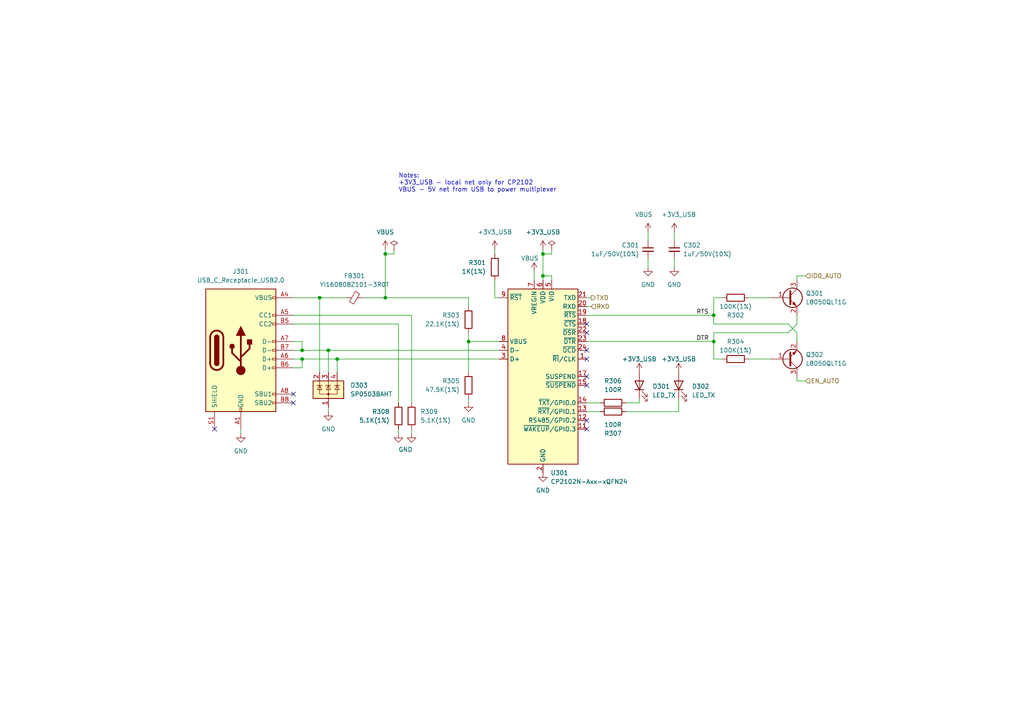
<source format=kicad_sch>
(kicad_sch (version 20230121) (generator eeschema)
  (paper "A4")
  (title_block (title "Safety Ride Radar Sensor") (date "2023-11-18") (rev "Rev.: WIP") (company "ALPS Electric Czech, s.r.o.") (comment 1 "Designed by Martin Tavoda"))
  (lib_symbols
    (symbol "Connector:USB_C_Receptacle_USB2.0" (pin_names (offset 1.016))
      (property "Reference" "J" (at -10.16 19.05 0))
      (property "Value" "USB_C_Receptacle_USB2.0" (at 19.05 19.05 0))
      (symbol "USB_C_Receptacle_USB2.0_0_0"
        (rectangle (start -0.254 -17.78) (end 0.254 -16.764))
        (rectangle (start 10.16 -14.986) (end 9.144 -15.494))
        (rectangle (start 10.16 -12.446) (end 9.144 -12.954))
        (rectangle (start 10.16 -4.826) (end 9.144 -5.334))
        (rectangle (start 10.16 -2.286) (end 9.144 -2.794))
        (rectangle (start 10.16 0.254) (end 9.144 -0.254))
        (rectangle (start 10.16 2.794) (end 9.144 2.286))
        (rectangle (start 10.16 7.874) (end 9.144 7.366))
        (rectangle (start 10.16 10.414) (end 9.144 9.906))
        (rectangle (start 10.16 15.494) (end 9.144 14.986))
      )
      (symbol "USB_C_Receptacle_USB2.0_0_1"
        (rectangle (start -10.16 17.78) (end 10.16 -17.78) (stroke (width 0.254)) (fill (type background)))
        (arc (start -8.89 -3.81) (mid -6.985 -5.7067) (end -5.08 -3.81) (stroke (width 0.508)))
        (arc (start -7.62 -3.81) (mid -6.985 -4.4423) (end -6.35 -3.81) (stroke (width 0.254)))
        (arc (start -7.62 -3.81) (mid -6.985 -4.4423) (end -6.35 -3.81) (stroke (width 0.254)) (fill (type outline)))
        (rectangle (start -7.62 -3.81) (end -6.35 3.81) (stroke (width 0.254)) (fill (type outline)))
        (arc (start -6.35 3.81) (mid -6.985 4.4423) (end -7.62 3.81) (stroke (width 0.254)))
        (arc (start -6.35 3.81) (mid -6.985 4.4423) (end -7.62 3.81) (stroke (width 0.254)) (fill (type outline)))
        (arc (start -5.08 3.81) (mid -6.985 5.7067) (end -8.89 3.81) (stroke (width 0.508)))
        (circle (center -2.54 1.143) (radius 0.635) (stroke (width 0.254)) (fill (type outline)))
        (circle (center 0 -5.842) (radius 1.27) (fill (type outline)))
        (polyline (pts (xy -8.89 -3.81) (xy -8.89 3.81)) (stroke (width 0.508)))
        (polyline (pts (xy -5.08 3.81) (xy -5.08 -3.81)) (stroke (width 0.508)))
        (polyline (pts (xy 0 -5.842) (xy 0 4.318)) (stroke (width 0.508)))
        (polyline (pts (xy 0 -3.302) (xy -2.54 -0.762) (xy -2.54 0.508)) (stroke (width 0.508)))
        (polyline (pts (xy 0 -2.032) (xy 2.54 0.508) (xy 2.54 1.778)) (stroke (width 0.508)))
        (polyline (pts (xy -1.27 4.318) (xy 0 6.858) (xy 1.27 4.318) (xy -1.27 4.318)) (stroke (width 0.254)) (fill (type outline)))
        (rectangle (start 1.905 1.778) (end 3.175 3.048) (stroke (width 0.254)) (fill (type outline)))
      )
      (symbol "USB_C_Receptacle_USB2.0_1_1"
        (pin passive line (at 0 -22.86 90) (length 5.08) (name "GND") (number "A1"))
        (pin passive line (at 0 -22.86 90) (length 5.08) hide (name "GND") (number "A12"))
        (pin passive line (at 15.24 15.24 180) (length 5.08) (name "VBUS") (number "A4"))
        (pin bidirectional line (at 15.24 10.16 180) (length 5.08) (name "CC1") (number "A5"))
        (pin bidirectional line (at 15.24 -2.54 180) (length 5.08) (name "D+") (number "A6"))
        (pin bidirectional line (at 15.24 2.54 180) (length 5.08) (name "D-") (number "A7"))
        (pin bidirectional line (at 15.24 -12.7 180) (length 5.08) (name "SBU1") (number "A8"))
        (pin passive line (at 15.24 15.24 180) (length 5.08) hide (name "VBUS") (number "A9"))
        (pin passive line (at 0 -22.86 90) (length 5.08) hide (name "GND") (number "B1"))
        (pin passive line (at 0 -22.86 90) (length 5.08) hide (name "GND") (number "B12"))
        (pin passive line (at 15.24 15.24 180) (length 5.08) hide (name "VBUS") (number "B4"))
        (pin bidirectional line (at 15.24 7.62 180) (length 5.08) (name "CC2") (number "B5"))
        (pin bidirectional line (at 15.24 -5.08 180) (length 5.08) (name "D+") (number "B6"))
        (pin bidirectional line (at 15.24 0 180) (length 5.08) (name "D-") (number "B7"))
        (pin bidirectional line (at 15.24 -15.24 180) (length 5.08) (name "SBU2") (number "B8"))
        (pin passive line (at 15.24 15.24 180) (length 5.08) hide (name "VBUS") (number "B9"))
        (pin passive line (at -7.62 -22.86 90) (length 5.08) (name "SHIELD") (number "S1"))
      )
    )
    (symbol "Device:C_Small" (pin_numbers hide) (pin_names (offset 0.254) hide)
      (property "Reference" "C" (at 0.254 1.778 0))
      (property "Value" "C_Small" (at 0.254 -2.032 0))
      (symbol "C_Small_0_1"
        (polyline (pts (xy -1.524 -0.508) (xy 1.524 -0.508)) (stroke (width 0.3302)))
        (polyline (pts (xy -1.524 0.508) (xy 1.524 0.508)) (stroke (width 0.3048)))
      )
      (symbol "C_Small_1_1"
        (pin passive line (at 0 2.54 270) (length 2.032) (name "~") (number "1"))
        (pin passive line (at 0 -2.54 90) (length 2.032) (name "~") (number "2"))
      )
    )
    (symbol "Device:FerriteBead_Small" (pin_numbers hide) (pin_names (offset 0))
      (property "Reference" "FB" (at 1.905 1.27 0))
      (property "Value" "FerriteBead_Small" (at 1.905 -1.27 0))
      (symbol "FerriteBead_Small_0_1"
        (polyline (pts (xy 0 -1.27) (xy 0 -0.7874)))
        (polyline (pts (xy 0 0.889) (xy 0 1.2954)))
        (polyline (pts (xy -1.8288 0.2794) (xy -1.1176 1.4986) (xy 1.8288 -0.2032) (xy 1.1176 -1.4224) (xy -1.8288 0.2794)))
      )
      (symbol "FerriteBead_Small_1_1"
        (pin passive line (at 0 2.54 270) (length 1.27) (name "~") (number "1"))
        (pin passive line (at 0 -2.54 90) (length 1.27) (name "~") (number "2"))
      )
    )
    (symbol "Device:LED" (pin_numbers hide) (pin_names (offset 1.016) hide)
      (property "Reference" "D" (at 0 2.54 0))
      (property "Value" "LED" (at 0 -2.54 0))
      (symbol "LED_0_1"
        (polyline (pts (xy -1.27 -1.27) (xy -1.27 1.27)) (stroke (width 0.254)))
        (polyline (pts (xy -1.27 0) (xy 1.27 0)))
        (polyline (pts (xy 1.27 -1.27) (xy 1.27 1.27) (xy -1.27 0) (xy 1.27 -1.27)) (stroke (width 0.254)))
        (polyline (pts (xy -3.048 -0.762) (xy -4.572 -2.286) (xy -3.81 -2.286) (xy -4.572 -2.286) (xy -4.572 -1.524)))
        (polyline (pts (xy -1.778 -0.762) (xy -3.302 -2.286) (xy -2.54 -2.286) (xy -3.302 -2.286) (xy -3.302 -1.524)))
      )
      (symbol "LED_1_1"
        (pin passive line (at -3.81 0 0) (length 2.54) (name "K") (number "1"))
        (pin passive line (at 3.81 0 180) (length 2.54) (name "A") (number "2"))
      )
    )
    (symbol "Device:R" (pin_numbers hide) (pin_names (offset 0))
      (property "Reference" "R" (at 2.032 0 90))
      (property "Value" "R" (at 0 0 90))
      (symbol "R_0_1"
        (rectangle (start -1.016 -2.54) (end 1.016 2.54) (stroke (width 0.254)))
      )
      (symbol "R_1_1"
        (pin passive line (at 0 3.81 270) (length 1.27) (name "~") (number "1"))
        (pin passive line (at 0 -3.81 90) (length 1.27) (name "~") (number "2"))
      )
    )
    (symbol "Interface_USB:CP2102N-Axx-xQFN24"
      (property "Reference" "U" (at -8.89 26.67 0))
      (property "Value" "CP2102N-Axx-xQFN24" (at 13.97 26.67 0))
      (symbol "CP2102N-Axx-xQFN24_0_1"
        (rectangle (start -10.16 25.4) (end 10.16 -25.4) (stroke (width 0.254)) (fill (type background)))
      )
      (symbol "CP2102N-Axx-xQFN24_1_1"
        (pin bidirectional line (at 12.7 5.08 180) (length 2.54) (name "~{RI}/CLK") (number "1"))
        (pin no_connect line (at -10.16 -22.86 0) (length 2.54) hide (name "NC") (number "10"))
        (pin bidirectional line (at 12.7 -15.24 180) (length 2.54) (name "~{WAKEUP}/GPIO.3") (number "11"))
        (pin bidirectional line (at 12.7 -12.7 180) (length 2.54) (name "RS485/GPIO.2") (number "12"))
        (pin bidirectional line (at 12.7 -10.16 180) (length 2.54) (name "~{RXT}/GPIO.1") (number "13"))
        (pin bidirectional line (at 12.7 -7.62 180) (length 2.54) (name "~{TXT}/GPIO.0") (number "14"))
        (pin output line (at 12.7 -2.54 180) (length 2.54) (name "~{SUSPEND}") (number "15"))
        (pin no_connect line (at 10.16 -22.86 180) (length 2.54) hide (name "NC") (number "16"))
        (pin output line (at 12.7 0 180) (length 2.54) (name "SUSPEND") (number "17"))
        (pin input line (at 12.7 15.24 180) (length 2.54) (name "~{CTS}") (number "18"))
        (pin output line (at 12.7 17.78 180) (length 2.54) (name "~{RTS}") (number "19"))
        (pin power_in line (at 0 -27.94 90) (length 2.54) (name "GND") (number "2"))
        (pin input line (at 12.7 20.32 180) (length 2.54) (name "RXD") (number "20"))
        (pin output line (at 12.7 22.86 180) (length 2.54) (name "TXD") (number "21"))
        (pin input line (at 12.7 12.7 180) (length 2.54) (name "~{DSR}") (number "22"))
        (pin output line (at 12.7 10.16 180) (length 2.54) (name "~{DTR}") (number "23"))
        (pin input line (at 12.7 7.62 180) (length 2.54) (name "~{DCD}") (number "24"))
        (pin passive line (at 0 -27.94 90) (length 2.54) hide (name "GND") (number "25"))
        (pin bidirectional line (at -12.7 5.08 0) (length 2.54) (name "D+") (number "3"))
        (pin bidirectional line (at -12.7 7.62 0) (length 2.54) (name "D-") (number "4"))
        (pin power_in line (at 2.54 27.94 270) (length 2.54) (name "VIO") (number "5"))
        (pin power_in line (at 0 27.94 270) (length 2.54) (name "VDD") (number "6"))
        (pin power_in line (at -2.54 27.94 270) (length 2.54) (name "VREGIN") (number "7"))
        (pin input line (at -12.7 10.16 0) (length 2.54) (name "VBUS") (number "8"))
        (pin input line (at -12.7 22.86 0) (length 2.54) (name "~{RST}") (number "9"))
      )
    )
    (symbol "Power_Protection:SP0503BAHT" (pin_names hide)
      (property "Reference" "D" (at 5.715 2.54 0))
      (property "Value" "SP0503BAHT" (at 5.715 0.635 0))
      (symbol "SP0503BAHT_0_0"
        (pin passive line (at 0 -5.08 90) (length 2.54) (name "A") (number "1"))
      )
      (symbol "SP0503BAHT_0_1"
        (rectangle (start -4.445 2.54) (end 4.445 -2.54) (stroke (width 0.254)) (fill (type background)))
        (circle (center 0 -1.27) (radius 0.254) (fill (type outline)))
        (polyline (pts (xy -2.54 2.54) (xy -2.54 1.27)))
        (polyline (pts (xy 0 -1.27) (xy 0 -2.54)))
        (polyline (pts (xy 0 -1.27) (xy 0 1.27)))
        (polyline (pts (xy 0 2.54) (xy 0 1.27)))
        (polyline (pts (xy 0.635 1.27) (xy 0.762 1.27)))
        (polyline (pts (xy 2.54 2.54) (xy 2.54 1.27)))
        (polyline (pts (xy 0.635 1.27) (xy -0.762 1.27) (xy -0.762 1.016)))
        (polyline (pts (xy -3.302 1.016) (xy -3.302 1.27) (xy -1.905 1.27) (xy -1.778 1.27)))
        (polyline (pts (xy -2.54 1.27) (xy -2.54 -1.27) (xy 2.54 -1.27) (xy 2.54 1.27)))
        (polyline (pts (xy -2.54 1.27) (xy -1.905 0) (xy -3.175 0) (xy -2.54 1.27)))
        (polyline (pts (xy 0.635 0) (xy -0.635 0) (xy 0 1.27) (xy 0.635 0)))
        (polyline (pts (xy 1.778 1.016) (xy 1.778 1.27) (xy 3.175 1.27) (xy 3.302 1.27)))
        (polyline (pts (xy 2.54 1.27) (xy 1.905 0) (xy 3.175 0) (xy 2.54 1.27)))
      )
      (symbol "SP0503BAHT_1_1"
        (pin passive line (at -2.54 5.08 270) (length 2.54) (name "K") (number "2"))
        (pin passive line (at 0 5.08 270) (length 2.54) (name "K") (number "3"))
        (pin passive line (at 2.54 5.08 270) (length 2.54) (name "K") (number "4"))
      )
    )
    (symbol "Transistor_BJT:BC817" (pin_names (offset 0) hide)
      (property "Reference" "Q" (at 5.08 1.905 0))
      (property "Value" "BC817" (at 5.08 0 0))
      (symbol "BC817_0_1"
        (polyline (pts (xy 0.635 0.635) (xy 2.54 2.54)))
        (polyline (pts (xy 0.635 -0.635) (xy 2.54 -2.54) (xy 2.54 -2.54)))
        (polyline (pts (xy 0.635 1.905) (xy 0.635 -1.905) (xy 0.635 -1.905)) (stroke (width 0.508)))
        (polyline (pts (xy 1.27 -1.778) (xy 1.778 -1.27) (xy 2.286 -2.286) (xy 1.27 -1.778) (xy 1.27 -1.778)) (fill (type outline)))
        (circle (center 1.27 0) (radius 2.8194) (stroke (width 0.254)))
      )
      (symbol "BC817_1_1"
        (pin input line (at -5.08 0 0) (length 5.715) (name "B") (number "1"))
        (pin passive line (at 2.54 -5.08 90) (length 2.54) (name "E") (number "2"))
        (pin passive line (at 2.54 5.08 270) (length 2.54) (name "C") (number "3"))
      )
    )
    (symbol "power:+3V3_USB" (power) (pin_names (offset 0))
      (property "Value" "+3V3_USB" (at 0 5.08 0))
      (symbol "+3V3_USB_0_1"
        (polyline (pts (xy -0.762 1.27) (xy 0 2.54)))
        (polyline (pts (xy 0 0) (xy 0 2.54)))
        (polyline (pts (xy 0 2.54) (xy 0.762 1.27)))
      )
      (symbol "+3V3_USB_1_1"
        (pin power_in line (at 0 0 90) (length 0) hide (name "+3V3_USB") (number "1"))
      )
    )
    (symbol "power:GND" (power) (pin_names (offset 0))
      (property "Value" "GND" (at 0 -3.81 0))
      (symbol "GND_0_1"
        (polyline (pts (xy 0 0) (xy 0 -1.27) (xy 1.27 -1.27) (xy 0 -2.54) (xy -1.27 -1.27) (xy 0 -1.27)))
      )
      (symbol "GND_1_1"
        (pin power_in line (at 0 0 270) (length 0) hide (name "GND") (number "1"))
      )
    )
    (symbol "power:PWR_FLAG" (power) (pin_numbers hide) (pin_names (offset 0) hide)
      (property "Value" "PWR_FLAG" (at 0 3.81 0))
      (symbol "PWR_FLAG_0_0"
        (pin power_out line (at 0 0 90) (length 0) (name "pwr") (number "1"))
      )
      (symbol "PWR_FLAG_0_1"
        (polyline (pts (xy 0 0) (xy 0 1.27) (xy -1.016 1.905) (xy 0 2.54) (xy 1.016 1.905) (xy 0 1.27)))
      )
    )
    (symbol "power:VBUS" (power) (pin_names (offset 0))
      (property "Value" "VBUS" (at 0 3.81 0))
      (symbol "VBUS_0_1"
        (polyline (pts (xy -0.762 1.27) (xy 0 2.54)))
        (polyline (pts (xy 0 0) (xy 0 2.54)))
        (polyline (pts (xy 0 2.54) (xy 0.762 1.27)))
      )
      (symbol "VBUS_1_1"
        (pin power_in line (at 0 0 90) (length 0) hide (name "VBUS") (number "1"))
      )
    )
  )
  (junction (at 111.76 86.36))
  (junction (at 92.71 86.36))
  (junction (at 135.89 99.06))
  (junction (at 157.48 80.01))
  (junction (at 95.25 101.6))
  (junction (at 207.01 91.44))
  (junction (at 87.63 101.6))
  (junction (at 87.63 104.14))
  (junction (at 97.79 104.14))
  (junction (at 207.01 99.06))
  (junction (at 111.76 73.66))
  (junction (at 157.48 73.66))
  (no_connect (at 170.18 121.92))
  (no_connect (at 170.18 104.14))
  (no_connect (at 170.18 111.76))
  (no_connect (at 170.18 101.6))
  (no_connect (at 170.18 109.22))
  (no_connect (at 170.18 96.52))
  (no_connect (at 170.18 93.98))
  (no_connect (at 62.23 124.46))
  (no_connect (at 85.09 116.84))
  (no_connect (at 170.18 124.46))
  (no_connect (at 85.09 114.3))
  (wire (pts (xy 97.79 104.14) (xy 97.79 107.95)))
  (wire (pts (xy 217.17 104.14) (xy 223.52 104.14)))
  (wire (pts (xy 87.63 101.6) (xy 95.25 101.6)))
  (wire (pts (xy 92.71 86.36) (xy 92.71 107.95)))
  (wire (pts (xy 143.51 81.28) (xy 143.51 86.36)))
  (wire (pts (xy 95.25 101.6) (xy 144.78 101.6)))
  (wire (pts (xy 119.38 125.73) (xy 119.38 124.46)))
  (wire (pts (xy 85.09 99.06) (xy 87.63 99.06)))
  (wire (pts (xy 85.09 101.6) (xy 87.63 101.6)))
  (wire (pts (xy 85.09 86.36) (xy 92.71 86.36)))
  (wire (pts (xy 187.96 74.93) (xy 187.96 77.47)))
  (wire (pts (xy 231.14 109.22) (xy 231.14 110.49)))
  (wire (pts (xy 95.25 118.11) (xy 95.25 119.38)))
  (wire (pts (xy 217.17 86.36) (xy 223.52 86.36)))
  (wire (pts (xy 228.6 93.98) (xy 231.14 96.52)))
  (wire (pts (xy 105.41 86.36) (xy 111.76 86.36)))
  (wire (pts (xy 115.57 125.73) (xy 115.57 124.46)))
  (wire (pts (xy 170.18 91.44) (xy 207.01 91.44)))
  (wire (pts (xy 115.57 93.98) (xy 115.57 116.84)))
  (wire (pts (xy 160.02 81.28) (xy 160.02 80.01)))
  (wire (pts (xy 171.45 86.36) (xy 170.18 86.36)))
  (wire (pts (xy 85.09 91.44) (xy 119.38 91.44)))
  (wire (pts (xy 195.58 74.93) (xy 195.58 77.47)))
  (wire (pts (xy 157.48 73.66) (xy 157.48 80.01)))
  (wire (pts (xy 154.94 78.74) (xy 154.94 81.28)))
  (wire (pts (xy 85.09 93.98) (xy 115.57 93.98)))
  (wire (pts (xy 181.61 119.38) (xy 196.85 119.38)))
  (wire (pts (xy 195.58 67.31) (xy 195.58 69.85)))
  (wire (pts (xy 143.51 72.39) (xy 143.51 73.66)))
  (wire (pts (xy 97.79 104.14) (xy 144.78 104.14)))
  (wire (pts (xy 92.71 86.36) (xy 100.33 86.36)))
  (wire (pts (xy 231.14 80.01) (xy 233.68 80.01)))
  (wire (pts (xy 170.18 119.38) (xy 173.99 119.38)))
  (wire (pts (xy 85.09 106.68) (xy 87.63 106.68)))
  (wire (pts (xy 231.14 110.49) (xy 233.68 110.49)))
  (wire (pts (xy 170.18 99.06) (xy 207.01 99.06)))
  (wire (pts (xy 231.14 93.98) (xy 231.14 91.44)))
  (wire (pts (xy 111.76 86.36) (xy 135.89 86.36)))
  (wire (pts (xy 231.14 81.28) (xy 231.14 80.01)))
  (wire (pts (xy 160.02 72.39) (xy 160.02 73.66)))
  (wire (pts (xy 143.51 86.36) (xy 144.78 86.36)))
  (wire (pts (xy 207.01 104.14) (xy 207.01 99.06)))
  (wire (pts (xy 207.01 99.06) (xy 207.01 96.52)))
  (wire (pts (xy 119.38 91.44) (xy 119.38 116.84)))
  (wire (pts (xy 111.76 73.66) (xy 111.76 72.39)))
  (wire (pts (xy 207.01 93.98) (xy 228.6 93.98)))
  (wire (pts (xy 69.85 124.46) (xy 69.85 125.73)))
  (wire (pts (xy 87.63 99.06) (xy 87.63 101.6)))
  (wire (pts (xy 144.78 99.06) (xy 135.89 99.06)))
  (wire (pts (xy 196.85 115.57) (xy 196.85 119.38)))
  (wire (pts (xy 207.01 96.52) (xy 228.6 96.52)))
  (wire (pts (xy 181.61 116.84) (xy 185.42 116.84)))
  (wire (pts (xy 157.48 80.01) (xy 160.02 80.01)))
  (wire (pts (xy 207.01 86.36) (xy 209.55 86.36)))
  (wire (pts (xy 85.09 104.14) (xy 87.63 104.14)))
  (wire (pts (xy 185.42 115.57) (xy 185.42 116.84)))
  (wire (pts (xy 95.25 101.6) (xy 95.25 107.95)))
  (wire (pts (xy 135.89 99.06) (xy 135.89 96.52)))
  (wire (pts (xy 135.89 88.9) (xy 135.89 86.36)))
  (wire (pts (xy 231.14 93.98) (xy 228.6 96.52)))
  (wire (pts (xy 135.89 115.57) (xy 135.89 116.84)))
  (wire (pts (xy 231.14 99.06) (xy 231.14 96.52)))
  (wire (pts (xy 135.89 99.06) (xy 135.89 107.95)))
  (wire (pts (xy 157.48 72.39) (xy 157.48 73.66)))
  (wire (pts (xy 171.45 88.9) (xy 170.18 88.9)))
  (wire (pts (xy 207.01 91.44) (xy 207.01 86.36)))
  (wire (pts (xy 187.96 67.31) (xy 187.96 69.85)))
  (wire (pts (xy 157.48 73.66) (xy 160.02 73.66)))
  (wire (pts (xy 207.01 93.98) (xy 207.01 91.44)))
  (wire (pts (xy 207.01 104.14) (xy 209.55 104.14)))
  (wire (pts (xy 114.3 72.39) (xy 114.3 73.66)))
  (wire (pts (xy 111.76 86.36) (xy 111.76 73.66)))
  (wire (pts (xy 157.48 80.01) (xy 157.48 81.28)))
  (wire (pts (xy 114.3 73.66) (xy 111.76 73.66)))
  (wire (pts (xy 170.18 116.84) (xy 173.99 116.84)))
  (wire (pts (xy 87.63 104.14) (xy 87.63 106.68)))
  (wire (pts (xy 87.63 104.14) (xy 97.79 104.14)))
  (text "Notes:\n+3V3_USB - local net only for CP2102\nVBUS - 5V net from USB to power multiplexer" (at 115.57 55.88 0) (effects (font (size 1.27 1.27)) (justify left bottom)))
  (label "RTS" (at 201.93 91.44 0))
  (label "DTR" (at 201.93 99.06 0))
  (hierarchical_label "IO0_AUTO" (shape input) (at 233.68 80.01 0))
  (hierarchical_label "RXD" (shape input) (at 171.45 88.9 0))
  (hierarchical_label "EN_AUTO" (shape input) (at 233.68 110.49 0))
  (hierarchical_label "TXD" (shape output) (at 171.45 86.36 0))
  (symbol (lib_id "power:GND") (at 135.89 116.84 0) (unit 1)
    (property "Reference" "#PWR0311" (effects hide))
    (property "Value" "GND" (at 135.89 121.92 0))
  )
  (symbol (lib_id "Device:R") (at 135.89 111.76 0) (mirror y) (unit 1)
    (property "Reference" "R305" (at 133.35 110.49 0) (effects (justify left)))
    (property "Value" "47.5K(1%)" (at 133.35 113.03 0) (effects (justify left)))
    (property "Footprint" "Resistor_SMD:R_0603_1608Metric" (effects hide))
    (property "LCSC" "C23061" (effects hide))
  )
  (symbol (lib_id "power:PWR_FLAG") (at 114.3 72.39 0) (unit 1)
    (property "Reference" "#FLG0404" (effects hide))
    (property "Value" "PWR_FLAG" (effects hide))
    (instances (project "CycloRadarDemoKit" (path "" (reference "#FLG0404") (unit 1)) (path "" (reference "#FLG0301") (unit 1))))
  )
  (symbol (lib_id "Device:R") (at 177.8 119.38 90) (unit 1)
    (property "Reference" "R307" (at 177.8 125.73 90))
    (property "Value" "100R" (at 177.8 123.19 90))
    (property "Footprint" "Resistor_SMD:R_0603_1608Metric" (effects hide))
    (property "LCSC" "C22775" (effects hide))
  )
  (symbol (lib_id "Device:R") (at 119.38 120.65 0) (unit 1)
    (property "Reference" "R309" (at 121.92 119.38 0) (effects (justify left)))
    (property "Value" "5.1K(1%)" (at 121.92 121.92 0) (effects (justify left)))
    (property "Footprint" "Resistor_SMD:R_0603_1608Metric" (effects hide))
    (property "LCSC" "C23186" (effects hide))
  )
  (symbol (lib_id "Device:R") (at 143.51 77.47 0) (mirror y) (unit 1)
    (property "Reference" "R301" (at 140.97 76.2 0) (effects (justify left)))
    (property "Value" "1K(1%)" (at 140.97 78.74 0) (effects (justify left)))
    (property "Footprint" "Resistor_SMD:R_0603_1608Metric" (effects hide))
    (property "LCSC" "C21190" (effects hide))
  )
  (symbol (lib_id "power:VBUS") (at 111.76 72.39 0) (unit 1)
    (property "Reference" "#PWR0303" (effects hide))
    (property "Value" "VBUS" (at 111.76 67.31 0))
  )
  (symbol (lib_id "Device:R") (at 213.36 86.36 90) (unit 1)
    (property "Reference" "R302" (at 213.36 91.44 90))
    (property "Value" "100K(1%)" (at 213.36 88.9 90))
    (property "Footprint" "Resistor_SMD:R_0603_1608Metric" (effects hide))
    (property "LCSC" "C25803" (effects hide))
  )
  (symbol (lib_id "power:GND") (at 69.85 125.73 0) (unit 1)
    (property "Reference" "#PWR0313" (effects hide))
    (property "Value" "GND" (at 69.85 130.81 0))
  )
  (symbol (lib_id "Device:R") (at 213.36 104.14 90) (mirror x) (unit 1)
    (property "Reference" "R304" (at 213.36 99.06 90))
    (property "Value" "100K(1%)" (at 213.36 101.6 90))
    (property "Footprint" "Resistor_SMD:R_0603_1608Metric" (effects hide))
    (property "LCSC" "C25803" (effects hide))
  )
  (symbol (lib_id "power:+3V3_USB") (at 143.51 72.39 0) (unit 1)
    (property "Reference" "#PWR0304" (effects hide))
    (property "Value" "+3V3_USB" (at 143.51 67.31 0))
  )
  (symbol (lib_id "Interface_USB:CP2102N-Axx-xQFN24") (at 157.48 109.22 0) (unit 1)
    (property "Reference" "U301" (at 159.6741 137.16 0) (effects (justify left)))
    (property "Value" "CP2102N-Axx-xQFN24" (at 159.6741 139.7 0) (effects (justify left)))
    (property "Footprint" "Package_DFN_QFN:QFN-24-1EP_4x4mm_P0.5mm_EP2.6x2.6mm" (effects hide))
    (property "Datasheet" "https://www.silabs.com/documents/public/data-sheets/cp2102n-datasheet.pdf" (effects hide))
    (property "LCSC" "C964632" (effects hide))
  )
  (symbol (lib_id "Transistor_BJT:BC817") (at 228.6 86.36 0) (unit 1)
    (property "Reference" "Q301" (at 233.68 85.09 0) (effects (justify left)))
    (property "Value" "L8050QLT1G" (at 233.68 87.63 0) (effects (justify left)))
    (property "Footprint" "Package_TO_SOT_SMD:SOT-23" (effects hide))
    (property "Datasheet" "https://datasheet.lcsc.com/lcsc/1809051326_LRC-L8050QLT1G_C49581.pdf" (effects hide))
    (property "LCSC" "C49581" (effects hide))
  )
  (symbol (lib_id "power:GND") (at 119.38 125.73 0) (unit 1)
    (property "Reference" "#PWR0315" (effects hide))
    (property "Value" "GND" (effects hide))
  )
  (symbol (lib_id "power:+3V3_USB") (at 196.85 107.95 0) (unit 1)
    (property "Reference" "#PWR0310" (effects hide))
    (property "Value" "+3V3_USB" (at 196.85 104.14 0))
  )
  (symbol (lib_id "Device:LED") (at 185.42 111.76 90) (unit 1)
    (property "Reference" "D301" (at 189.23 112.0775 90) (effects (justify right)))
    (property "Value" "LED_TX" (at 189.23 114.6175 90) (effects (justify right)))
    (property "Footprint" "LED_SMD:LED_0603_1608Metric" (effects hide))
    (property "Datasheet" "https://datasheet.lcsc.com/lcsc/2206061716_MEIHUA-MHT192WDT-C12_C3028830.pdf" (effects hide))
    (property "LCSC" "C3028830" (effects hide))
  )
  (symbol (lib_id "power:GND") (at 115.57 125.73 0) (unit 1)
    (property "Reference" "#PWR0314" (effects hide))
    (property "Value" "GND" (at 117.6006 130.3838 0))
  )
  (symbol (lib_id "power:VBUS") (at 154.94 78.74 0) (unit 1)
    (property "Reference" "#PWR0308" (effects hide))
    (property "Value" "VBUS" (at 153.67 74.93 0))
  )
  (symbol (lib_id "Transistor_BJT:BC817") (at 228.6 104.14 0) (mirror x) (unit 1)
    (property "Reference" "Q302" (at 233.68 102.87 0) (effects (justify left)))
    (property "Value" "L8050QLT1G" (at 233.68 105.41 0) (effects (justify left)))
    (property "Footprint" "Package_TO_SOT_SMD:SOT-23" (effects hide))
    (property "Datasheet" "https://datasheet.lcsc.com/lcsc/1809051326_LRC-L8050QLT1G_C49581.pdf" (effects hide))
    (property "LCSC" "C49581" (effects hide))
  )
  (symbol (lib_id "Device:C_Small") (at 195.58 72.39 0) (unit 1)
    (property "Reference" "C302" (at 198.12 71.1263 0) (effects (justify left)))
    (property "Value" "1uF/50V(10%)" (at 198.12 73.6663 0) (effects (justify left)))
    (property "Footprint" "Capacitor_SMD:C_0603_1608Metric" (effects hide))
    (property "LCSC" "C15849" (effects hide))
  )
  (symbol (lib_id "power:+3V3_USB") (at 157.48 72.39 0) (unit 1)
    (property "Reference" "#PWR0305" (effects hide))
    (property "Value" "+3V3_USB" (at 157.48 67.31 0))
  )
  (symbol (lib_id "power:PWR_FLAG") (at 160.02 72.39 0) (unit 1)
    (property "Reference" "#FLG0302" (effects hide))
    (property "Value" "PWR_FLAG" (effects hide))
  )
  (symbol (lib_id "Device:R") (at 177.8 116.84 90) (mirror x) (unit 1)
    (property "Reference" "R306" (at 177.8 110.49 90))
    (property "Value" "100R" (at 177.8 113.03 90))
    (property "Footprint" "Resistor_SMD:R_0603_1608Metric" (effects hide))
    (property "LCSC" "C22775" (effects hide))
  )
  (symbol (lib_id "power:GND") (at 95.25 119.38 0) (unit 1)
    (property "Reference" "#PWR0312" (effects hide))
    (property "Value" "GND" (at 95.25 124.46 0))
  )
  (symbol (lib_id "power:+3V3_USB") (at 195.58 67.31 0) (unit 1)
    (property "Reference" "#PWR0302" (effects hide))
    (property "Value" "+3V3_USB" (at 196.85 62.23 0))
  )
  (symbol (lib_id "Power_Protection:SP0503BAHT") (at 95.25 113.03 0) (unit 1)
    (property "Reference" "D303" (at 101.6 111.76 0) (effects (justify left)))
    (property "Value" "SP0503BAHT" (at 101.6 114.3 0) (effects (justify left)))
    (property "Footprint" "Package_TO_SOT_SMD:SOT-143" (effects hide))
    (property "Datasheet" "https://datasheet.lcsc.com/lcsc/2108132030_TECH-PUBLIC-TPSP0503BAHTG_C2682275.pdf" (effects hide))
    (property "LCSC" "C2682275" (effects hide))
  )
  (symbol (lib_id "power:GND") (at 195.58 77.47 0) (mirror y) (unit 1)
    (property "Reference" "#PWR0307" (effects hide))
    (property "Value" "GND" (at 195.58 82.55 0))
  )
  (symbol (lib_id "Device:C_Small") (at 187.96 72.39 0) (mirror y) (unit 1)
    (property "Reference" "C301" (at 185.42 71.1263 0) (effects (justify left)))
    (property "Value" "1uF/50V(10%)" (at 185.42 73.6663 0) (effects (justify left)))
    (property "Footprint" "Capacitor_SMD:C_0603_1608Metric" (effects hide))
    (property "LCSC" "C15849" (effects hide))
  )
  (symbol (lib_id "power:GND") (at 157.48 137.16 0) (unit 1)
    (property "Reference" "#PWR0316" (effects hide))
    (property "Value" "GND" (at 157.48 142.24 0))
  )
  (symbol (lib_id "power:+3V3_USB") (at 185.42 107.95 0) (unit 1)
    (property "Reference" "#PWR0309" (effects hide))
    (property "Value" "+3V3_USB" (at 185.42 104.14 0))
  )
  (symbol (lib_id "Device:FerriteBead_Small") (at 102.87 86.36 90) (unit 1)
    (property "Reference" "FB301" (at 102.8319 80.01 90))
    (property "Value" "YI160808Z101-3R0T" (at 102.8319 82.55 90))
    (property "Footprint" "Resistor_SMD:R_0603_1608Metric" (effects hide))
    (property "LCSC" "C3011210" (effects hide))
  )
  (symbol (lib_id "Connector:USB_C_Receptacle_USB2.0") (at 69.85 101.6 0) (unit 1)
    (property "Reference" "J301" (at 69.85 78.74 0))
    (property "Value" "USB_C_Receptacle_USB2.0" (at 69.85 81.28 0))
    (property "Footprint" "Connector_USB:USB_C_Receptacle_GCT_USB4110" (effects hide))
    (property "Datasheet" "https://www.usb.org/sites/default/files/documents/usb_type-c.zip" (effects hide))
    (property "LCSC" "C5260486" (effects hide))
  )
  (symbol (lib_id "Device:R") (at 115.57 120.65 0) (mirror y) (unit 1)
    (property "Reference" "R308" (at 113.03 119.38 0) (effects (justify left)))
    (property "Value" "5.1K(1%)" (at 113.03 121.92 0) (effects (justify left)))
    (property "Footprint" "Resistor_SMD:R_0603_1608Metric" (effects hide))
    (property "LCSC" "C23186" (effects hide))
  )
  (symbol (lib_id "power:GND") (at 187.96 77.47 0) (mirror y) (unit 1)
    (property "Reference" "#PWR0306" (effects hide))
    (property "Value" "GND" (at 187.96 82.55 0))
  )
  (symbol (lib_id "power:VBUS") (at 187.96 67.31 0) (mirror y) (unit 1)
    (property "Reference" "#PWR0301" (effects hide))
    (property "Value" "VBUS" (at 186.69 62.23 0))
  )
  (symbol (lib_id "Device:R") (at 135.89 92.71 0) (mirror y) (unit 1)
    (property "Reference" "R303" (at 133.35 91.44 0) (effects (justify left)))
    (property "Value" "22.1K(1%)" (at 133.35 93.98 0) (effects (justify left)))
    (property "Footprint" "Resistor_SMD:R_0603_1608Metric" (effects hide))
    (property "LCSC" "C25961" (effects hide))
  )
  (symbol (lib_id "Device:LED") (at 196.85 111.76 90) (unit 1)
    (property "Reference" "D302" (at 200.66 112.0775 90) (effects (justify right)))
    (property "Value" "LED_TX" (at 200.66 114.6175 90) (effects (justify right)))
    (property "Footprint" "LED_SMD:LED_0603_1608Metric" (effects hide))
    (property "Datasheet" "https://datasheet.lcsc.com/lcsc/2206061716_MEIHUA-MHT192WDT-C12_C3028830.pdf" (effects hide))
    (property "LCSC" "C3028830" (effects hide))
  )
)
</source>
